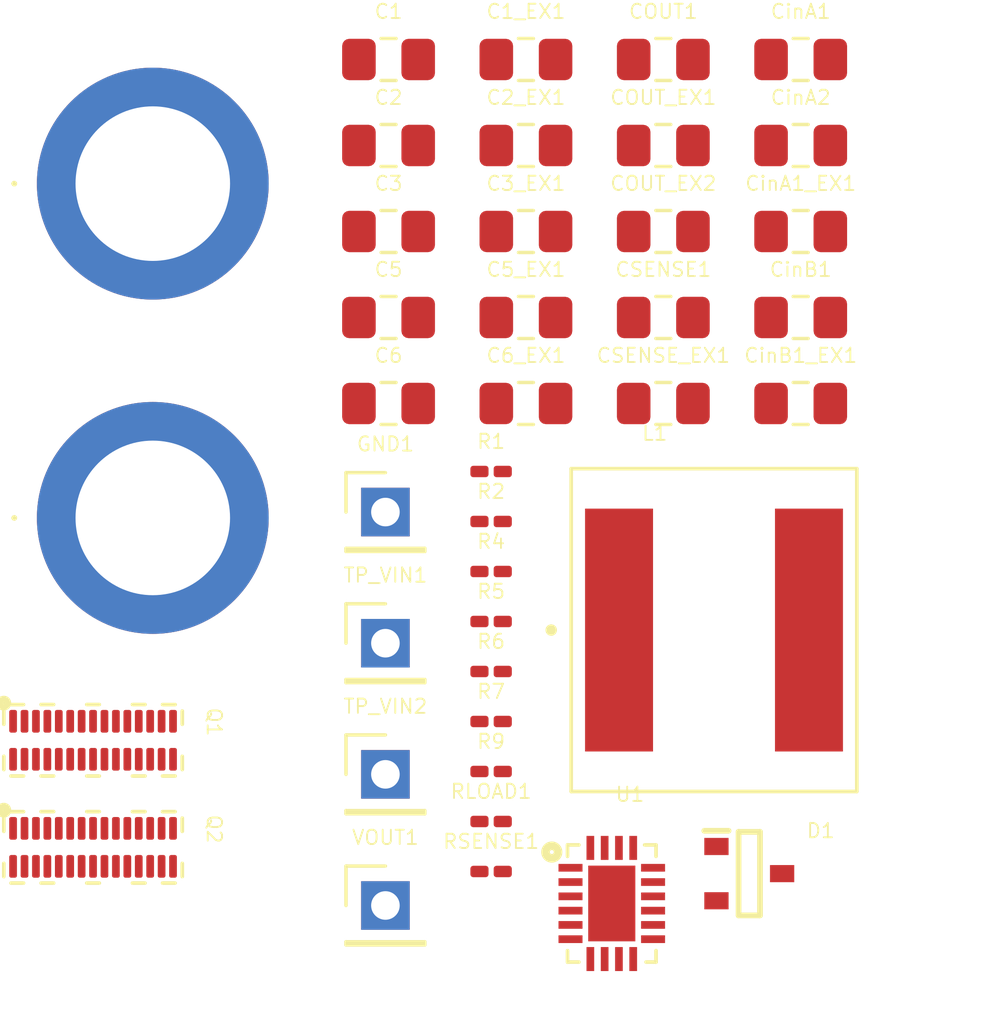
<source format=kicad_pcb>
(kicad_pcb (version 20241229) (generator "pcbnew") (generator_version "9.0")
  (layers (0 "F.Cu" signal) (2 "B.Cu" signal) (13 "F.Paste" user) (15 "B.Paste" user) (5 "F.SilkS" user "F.Silkscreen") (7 "B.SilkS" user "B.Silkscreen") (1 "F.Mask" user) (3 "B.Mask" user) (25 "Edge.Cuts" user))
  (net 0 "")
  (net 1 "Net-(U1-TRACK{slash}SS)")
  (net 2 "GND")
  (net 3 "/INTVCC")
  (net 4 "/SW")
  (net 5 "/BOOST")
  (net 6 "Net-(C5-Pad2)")
  (net 7 "/ITH")
  (net 8 "/VIN")
  (net 9 "/Vout")
  (net 10 "/SENSE+")
  (net 12 "Net-(L1-Pad2)")
  (net 13 "/TG")
  (net 14 "/BG")
  (net 15 "Net-(U1-PGOOD)")
  (net 16 "Net-(U1-FREQ)")
  (net 17 "/VFB")
  (net 18 "Net-(R6-Pad2)")
  (footprint "Transistor_Power:D0650" (layer "F.Cu") (at 78.87303 137.08017)
    (property "Reference" "Q2" (at 3.9497 -1.1811 270) (layer "F.SilkS") (effects (font (size 0.5 0.5) (thickness 0.0625)) (justify left bottom)))
    (property "Value" "EPC2066")
    (fp_line (start -3.125 -1.025) (end -3.125 -0.56) (stroke (width 0.127)) (layer "F.SilkS"))
    (fp_line (start -3.125 0.56) (end -3.125 1.025) (stroke (width 0.127)) (layer "F.SilkS"))
    (fp_line (start -2.87372 -1.25) (end -2.43331 -1.25) (stroke (width 0.127)) (layer "F.SilkS"))
    (fp_line (start -2.87372 1.25) (end -2.43331 1.25) (stroke (width 0.127)) (layer "F.SilkS"))
    (fp_line (start -1.82 -1.25175) (end -1.38 -1.25175) (stroke (width 0.127)) (layer "F.SilkS"))
    (fp_line (start -1.82 1.25061) (end -1.38 1.25061) (stroke (width 0.127)) (layer "F.SilkS"))
    (fp_line (start -0.22 -1.25175) (end 0.22 -1.25175) (stroke (width 0.127)) (layer "F.SilkS"))
    (fp_line (start -0.22 1.25061) (end 0.22 1.25061) (stroke (width 0.127)) (layer "F.SilkS"))
    (fp_line (start 1.38 -1.25175) (end 1.82 -1.25175) (stroke (width 0.127)) (layer "F.SilkS"))
    (fp_line (start 1.38 1.25061) (end 1.82 1.25061) (stroke (width 0.127)) (layer "F.SilkS"))
    (fp_line (start 2.43331 -1.25) (end 2.87372 -1.25) (stroke (width 0.127)) (layer "F.SilkS"))
    (fp_line (start 2.43331 1.25) (end 2.87372 1.25) (stroke (width 0.127)) (layer "F.SilkS"))
    (fp_line (start 3.125 -1.025) (end 3.125 -0.56) (stroke (width 0.127)) (layer "F.SilkS"))
    (fp_line (start 3.125 0.56) (end 3.125 1.025) (stroke (width 0.127)) (layer "F.SilkS"))
    (fp_circle (center -3.125 -1.3) (end -3.11897 -1.3) (stroke (width 0.254)) (fill no) (layer "F.SilkS"))
    (pad "1" smd roundrect (at -2.8 -0.665) (size 0.27 0.794) (layers "F.Cu" "F.Mask" "F.Paste") (net 14 "/BG"))
    (pad "2" smd roundrect (at -2.8 0.665) (size 0.27 0.794) (layers "F.Cu" "F.Mask" "F.Paste") (net 2 "GND"))
    (pad "3" smd roundrect (at -2.4 -0.665) (size 0.27 0.794) (layers "F.Cu" "F.Mask" "F.Paste") (net 4 "/SW"))
    (pad "4" smd roundrect (at -2.4 0.665) (size 0.27 0.794) (layers "F.Cu" "F.Mask" "F.Paste") (net 4 "/SW"))
    (pad "5" smd roundrect (at -2 -0.665) (size 0.27 0.794) (layers "F.Cu" "F.Mask" "F.Paste") (net 2 "GND"))
    (pad "6" smd roundrect (at -2 0.665) (size 0.27 0.794) (layers "F.Cu" "F.Mask" "F.Paste") (net 2 "GND"))
    (pad "7" smd roundrect (at -1.6 -0.665) (size 0.27 0.794) (layers "F.Cu" "F.Mask" "F.Paste") (net 4 "/SW"))
    (pad "8" smd roundrect (at -1.6 0.665) (size 0.27 0.794) (layers "F.Cu" "F.Mask" "F.Paste") (net 4 "/SW"))
    (pad "9" smd roundrect (at -1.2 -0.665) (size 0.27 0.7954) (layers "F.Cu" "F.Mask" "F.Paste") (net 2 "GND"))
    (pad "10" smd roundrect (at -1.2 0.665) (size 0.27 0.794) (layers "F.Cu" "F.Mask" "F.Paste") (net 2 "GND"))
    (pad "11" smd roundrect (at -0.8 -0.665) (size 0.27 0.794) (layers "F.Cu" "F.Mask" "F.Paste") (net 4 "/SW"))
    (pad "12" smd roundrect (at -0.8 0.665) (size 0.27 0.794) (layers "F.Cu" "F.Mask" "F.Paste") (net 4 "/SW"))
    (pad "13" smd roundrect (at -0.4 -0.665) (size 0.27 0.794) (layers "F.Cu" "F.Mask" "F.Paste") (net 2 "GND"))
    (pad "14" smd roundrect (at -0.4 0.665) (size 0.27 0.794) (layers "F.Cu" "F.Mask" "F.Paste") (net 2 "GND"))
    (pad "15" smd roundrect (at 0 -0.665) (size 0.27 0.794) (layers "F.Cu" "F.Mask" "F.Paste") (net 4 "/SW"))
    (pad "16" smd roundrect (at 0 0.665) (size 0.27 0.794) (layers "F.Cu" "F.Mask" "F.Paste") (net 4 "/SW"))
    (pad "17" smd roundrect (at 0.4 -0.665) (size 0.27 0.794) (layers "F.Cu" "F.Mask" "F.Paste") (net 2 "GND"))
    (pad "18" smd roundrect (at 0.4 0.665) (size 0.27 0.794) (layers "F.Cu" "F.Mask" "F.Paste") (net 2 "GND"))
    (pad "19" smd roundrect (at 0.8 -0.665) (size 0.27 0.794) (layers "F.Cu" "F.Mask" "F.Paste") (net 4 "/SW"))
    (pad "20" smd roundrect (at 0.8 0.665) (size 0.27 0.794) (layers "F.Cu" "F.Mask" "F.Paste") (net 4 "/SW"))
    (pad "21" smd roundrect (at 1.2 -0.665) (size 0.27 0.794) (layers "F.Cu" "F.Mask" "F.Paste") (net 2 "GND"))
    (pad "22" smd roundrect (at 1.2 0.665) (size 0.27 0.794) (layers "F.Cu" "F.Mask" "F.Paste") (net 2 "GND"))
    (pad "23" smd roundrect (at 1.6 -0.665) (size 0.27 0.794) (layers "F.Cu" "F.Mask" "F.Paste") (net 4 "/SW"))
    (pad "24" smd roundrect (at 1.6 0.665) (size 0.27 0.794) (layers "F.Cu" "F.Mask" "F.Paste") (net 4 "/SW"))
    (pad "25" smd roundrect (at 2 -0.665) (size 0.27 0.794) (layers "F.Cu" "F.Mask" "F.Paste") (net 2 "GND"))
    (pad "26" smd roundrect (at 2 0.665) (size 0.27 0.794) (layers "F.Cu" "F.Mask" "F.Paste") (net 2 "GND"))
    (pad "27" smd roundrect (at 2.4 -0.665) (size 0.27 0.794) (layers "F.Cu" "F.Mask" "F.Paste") (net 4 "/SW"))
    (pad "28" smd roundrect (at 2.4 0.665) (size 0.27 0.794) (layers "F.Cu" "F.Mask" "F.Paste") (net 4 "/SW"))
    (pad "29" smd roundrect (at 2.8 -0.665) (size 0.27 0.794) (layers "F.Cu" "F.Mask" "F.Paste") (net 2 "GND"))
    (pad "30" smd roundrect (at 2.8 0.665) (size 0.27 0.794) (layers "F.Cu" "F.Mask" "F.Paste") (net 2 "GND"))
  )
  (footprint "Capacitor_SMD:C_0805_2012Metric_Pad1.18x1.45mm_HandSolder" (layer "F.Cu") (at 94.03 112.515)
    (property "Reference" "C2_EX1" (at 0 -1.68 0) (layer "F.SilkS") (effects (font (size 0.5 0.5) (thickness 0.0625))))
    (property "Value" "~")
    (fp_line (start -0.261252 -0.735) (end 0.261252 -0.735) (stroke (width 0.12)) (layer "F.SilkS"))
    (fp_line (start -0.261252 0.735) (end 0.261252 0.735) (stroke (width 0.12)) (layer "F.SilkS"))
    (pad "1" smd roundrect (at -1.0375 0) (size 1.175 1.45) (layers "F.Cu" "F.Mask" "F.Paste") (roundrect_rratio 0.212766) (net 3 "/INTVCC"))
    (pad "2" smd roundrect (at 1.0375 0) (size 1.175 1.45) (layers "F.Cu" "F.Mask" "F.Paste") (roundrect_rratio 0.212766) (net 2 "GND"))
  )
  (footprint "Capacitor_SMD:C_0805_2012Metric_Pad1.18x1.45mm_HandSolder" (layer "F.Cu") (at 94.03 115.525)
    (property "Reference" "C3_EX1" (at 0 -1.68 0) (layer "F.SilkS") (effects (font (size 0.5 0.5) (thickness 0.0625))))
    (property "Value" "~")
    (fp_line (start -0.261252 -0.735) (end 0.261252 -0.735) (stroke (width 0.12)) (layer "F.SilkS"))
    (fp_line (start -0.261252 0.735) (end 0.261252 0.735) (stroke (width 0.12)) (layer "F.SilkS"))
    (pad "1" smd roundrect (at -1.0375 0) (size 1.175 1.45) (layers "F.Cu" "F.Mask" "F.Paste") (roundrect_rratio 0.212766) (net 4 "/SW"))
    (pad "2" smd roundrect (at 1.0375 0) (size 1.175 1.45) (layers "F.Cu" "F.Mask" "F.Paste") (roundrect_rratio 0.212766) (net 5 "/BOOST"))
  )
  (footprint "Capacitor_SMD:C_0805_2012Metric_Pad1.18x1.45mm_HandSolder" (layer "F.Cu") (at 89.22 109.505)
    (property "Reference" "C1" (at 0 -1.68 0) (layer "F.SilkS") (effects (font (size 0.5 0.5) (thickness 0.0625))))
    (property "Value" "0.05uF")
    (fp_line (start -0.261252 -0.735) (end 0.261252 -0.735) (stroke (width 0.12)) (layer "F.SilkS"))
    (fp_line (start -0.261252 0.735) (end 0.261252 0.735) (stroke (width 0.12)) (layer "F.SilkS"))
    (pad "1" smd roundrect (at -1.0375 0) (size 1.175 1.45) (layers "F.Cu" "F.Mask" "F.Paste") (roundrect_rratio 0.212766) (net 2 "GND"))
    (pad "2" smd roundrect (at 1.0375 0) (size 1.175 1.45) (layers "F.Cu" "F.Mask" "F.Paste") (roundrect_rratio 0.212766) (net 1 "Net-(U1-TRACK{slash}SS)"))
  )
  (footprint "Capacitor_SMD:C_0805_2012Metric_Pad1.18x1.45mm_HandSolder" (layer "F.Cu") (at 98.84 118.535)
    (property "Reference" "CSENSE1" (at 0 -1.68 0) (layer "F.SilkS") (effects (font (size 0.5 0.5) (thickness 0.0625))))
    (property "Value" "0.1uF")
    (fp_line (start -0.261252 -0.735) (end 0.261252 -0.735) (stroke (width 0.12)) (layer "F.SilkS"))
    (fp_line (start -0.261252 0.735) (end 0.261252 0.735) (stroke (width 0.12)) (layer "F.SilkS"))
    (pad "1" smd roundrect (at -1.0375 0) (size 1.175 1.45) (layers "F.Cu" "F.Mask" "F.Paste") (roundrect_rratio 0.212766) (net 10 "/SENSE+"))
    (pad "2" smd roundrect (at 1.0375 0) (size 1.175 1.45) (layers "F.Cu" "F.Mask" "F.Paste") (roundrect_rratio 0.212766) (net 9 "/Vout"))
  )
  (footprint "Capacitor_SMD:C_0805_2012Metric_Pad1.18x1.45mm_HandSolder" (layer "F.Cu") (at 103.65 118.535)
    (property "Reference" "CinB1" (at 0 -1.68 0) (layer "F.SilkS") (effects (font (size 0.5 0.5) (thickness 0.0625))))
    (property "Value" "56uF")
    (fp_line (start -0.261252 -0.735) (end 0.261252 -0.735) (stroke (width 0.12)) (layer "F.SilkS"))
    (fp_line (start -0.261252 0.735) (end 0.261252 0.735) (stroke (width 0.12)) (layer "F.SilkS"))
    (pad "1" smd roundrect (at -1.0375 0) (size 1.175 1.45) (layers "F.Cu" "F.Mask" "F.Paste") (roundrect_rratio 0.212766) (net 8 "/VIN"))
    (pad "2" smd roundrect (at 1.0375 0) (size 1.175 1.45) (layers "F.Cu" "F.Mask" "F.Paste") (roundrect_rratio 0.212766) (net 2 "GND"))
  )
  (footprint "Resistor_SMD:R_0201_0603Metric_Pad0.64x0.40mm_HandSolder" (layer "F.Cu") (at 92.81 125.675)
    (property "Reference" "R2" (at 0 -1.05 0) (layer "F.SilkS") (effects (font (size 0.5 0.5) (thickness 0.0625))))
    (property "Value" "25.5kOhm")
    (pad "1" smd roundrect (at -0.4075 0) (size 0.635 0.4) (layers "F.Cu" "F.Mask") (net 2 "GND"))
    (pad "2" smd roundrect (at 0.4075 0) (size 0.635 0.4) (layers "F.Cu" "F.Mask") (net 16 "Net-(U1-FREQ)"))
  )
  (footprint "Capacitor_SMD:C_0805_2012Metric_Pad1.18x1.45mm_HandSolder" (layer "F.Cu") (at 89.22 118.535)
    (property "Reference" "C5" (at 0 -1.68 0) (layer "F.SilkS") (effects (font (size 0.5 0.5) (thickness 0.0625))))
    (property "Value" "2.2uF")
    (fp_line (start -0.261252 -0.735) (end 0.261252 -0.735) (stroke (width 0.12)) (layer "F.SilkS"))
    (fp_line (start -0.261252 0.735) (end 0.261252 0.735) (stroke (width 0.12)) (layer "F.SilkS"))
    (pad "1" smd roundrect (at -1.0375 0) (size 1.175 1.45) (layers "F.Cu" "F.Mask" "F.Paste") (roundrect_rratio 0.212766) (net 2 "GND"))
    (pad "2" smd roundrect (at 1.0375 0) (size 1.175 1.45) (layers "F.Cu" "F.Mask" "F.Paste") (roundrect_rratio 0.212766) (net 6 "Net-(C5-Pad2)"))
  )
  (footprint "Connector_PinHeader_2.54mm:PinHeader_1x01_P2.54mm_Vertical" (layer "F.Cu") (at 89.11 134.525)
    (property "Reference" "TP_VIN2" (at 0 -2.38 0) (layer "F.SilkS") (effects (font (size 0.5 0.5) (thickness 0.0625))))
    (property "Value" "~")
    (fp_line (start -1.38 -1.38) (end 0 -1.38) (stroke (width 0.12)) (layer "F.SilkS"))
    (fp_line (start -1.38 0) (end -1.38 -1.38) (stroke (width 0.12)) (layer "F.SilkS"))
    (fp_line (start -1.38 1.27) (end -1.38 1.38) (stroke (width 0.12)) (layer "F.SilkS"))
    (fp_line (start -1.38 1.27) (end 1.38 1.27) (stroke (width 0.12)) (layer "F.SilkS"))
    (fp_line (start -1.38 1.38) (end 1.38 1.38) (stroke (width 0.12)) (layer "F.SilkS"))
    (fp_line (start 1.38 1.27) (end 1.38 1.38) (stroke (width 0.12)) (layer "F.SilkS"))
    (pad "1" thru_hole rect (at 0 0) (size 1.7 1.7) (drill 1) (layers "*.Cu" "*.Mask") (net 2 "GND"))
  )
  (footprint "Capacitor_SMD:C_0805_2012Metric_Pad1.18x1.45mm_HandSolder" (layer "F.Cu") (at 89.22 115.525)
    (property "Reference" "C3" (at 0 -1.68 0) (layer "F.SilkS") (effects (font (size 0.5 0.5) (thickness 0.0625))))
    (property "Value" "0.1uF")
    (fp_line (start -0.261252 -0.735) (end 0.261252 -0.735) (stroke (width 0.12)) (layer "F.SilkS"))
    (fp_line (start -0.261252 0.735) (end 0.261252 0.735) (stroke (width 0.12)) (layer "F.SilkS"))
    (pad "1" smd roundrect (at -1.0375 0) (size 1.175 1.45) (layers "F.Cu" "F.Mask" "F.Paste") (roundrect_rratio 0.212766) (net 5 "/BOOST"))
    (pad "2" smd roundrect (at 1.0375 0) (size 1.175 1.45) (layers "F.Cu" "F.Mask" "F.Paste") (roundrect_rratio 0.212766) (net 4 "/SW"))
  )
  (footprint "Package_DFN_QFN:QFN50P400X300X80-21N" (layer "F.Cu") (at 97.035709 139.045)
    (property "Reference" "U1" (at 0.63619 -3.81714 0) (layer "F.SilkS") (effects (font (size 0.5 0.5) (thickness 0.0625))))
    (property "Value" "LTC7800HUDC_PBF")
    (fp_line (start -1.55 -2.05) (end -1.55 -1.65) (stroke (width 0.127)) (layer "F.SilkS"))
    (fp_line (start -1.55 2.05) (end -1.55 1.65) (stroke (width 0.127)) (layer "F.SilkS"))
    (fp_line (start -1.15 -2.05) (end -1.55 -2.05) (stroke (width 0.127)) (layer "F.SilkS"))
    (fp_line (start -1.15 2.05) (end -1.55 2.05) (stroke (width 0.127)) (layer "F.SilkS"))
    (fp_line (start 1.55 -2.05) (end 1.15 -2.05) (stroke (width 0.127)) (layer "F.SilkS"))
    (fp_line (start 1.55 -1.65) (end 1.55 -2.05) (stroke (width 0.127)) (layer "F.SilkS"))
    (fp_line (start 1.55 1.65) (end 1.55 2.05) (stroke (width 0.127)) (layer "F.SilkS"))
    (fp_line (start 1.55 2.05) (end 1.2 2.05) (stroke (width 0.127)) (layer "F.SilkS"))
    (fp_circle (center -2.1 -1.8) (end -2.029291 -1.8) (stroke (width 0.3)) (fill no) (layer "F.SilkS"))
    (pad "1" smd rect (at -1.445 -1.25) (size 0.84 0.27) (layers "F.Cu" "F.Mask" "F.Paste"))
    (pad "2" smd rect (at -1.445 -0.75) (size 0.84 0.27) (layers "F.Cu" "F.Mask" "F.Paste") (net 2 "GND"))
    (pad "3" smd rect (at -1.445 -0.25) (size 0.84 0.27) (layers "F.Cu" "F.Mask" "F.Paste") (net 2 "GND"))
    (pad "4" smd rect (at -1.445 0.25) (size 0.84 0.27) (layers "F.Cu" "F.Mask" "F.Paste"))
    (pad "5" smd rect (at -1.445 0.75) (size 0.84 0.27) (layers "F.Cu" "F.Mask" "F.Paste") (net 9 "/Vout"))
    (pad "6" smd rect (at -1.445 1.25) (size 0.84 0.27) (layers "F.Cu" "F.Mask" "F.Paste") (net 10 "/SENSE+"))
    (pad "7" smd rect (at -0.75 1.945) (size 0.27 0.84) (layers "F.Cu" "F.Mask" "F.Paste") (net 17 "/VFB"))
    (pad "8" smd rect (at -0.25 1.945) (size 0.27 0.84) (layers "F.Cu" "F.Mask" "F.Paste") (net 7 "/ITH"))
    (pad "9" smd rect (at 0.25 1.945) (size 0.27 0.84) (layers "F.Cu" "F.Mask" "F.Paste") (net 15 "Net-(U1-PGOOD)"))
    (pad "10" smd rect (at 0.75 1.945) (size 0.27 0.84) (layers "F.Cu" "F.Mask" "F.Paste") (net 13 "/TG"))
    (pad "11" smd rect (at 1.445 1.25) (size 0.84 0.27) (layers "F.Cu" "F.Mask" "F.Paste") (net 4 "/SW"))
    (pad "12" smd rect (at 1.445 0.75) (size 0.84 0.27) (layers "F.Cu" "F.Mask" "F.Paste") (net 5 "/BOOST"))
    (pad "13" smd rect (at 1.445 0.25) (size 0.84 0.27) (layers "F.Cu" "F.Mask" "F.Paste") (net 14 "/BG"))
    (pad "14" smd rect (at 1.445 -0.25) (size 0.84 0.27) (layers "F.Cu" "F.Mask" "F.Paste") (net 3 "/INTVCC"))
    (pad "15" smd rect (at 1.445 -0.75) (size 0.84 0.27) (layers "F.Cu" "F.Mask" "F.Paste") (net 2 "GND"))
    (pad "16" smd rect (at 1.445 -1.25) (size 0.84 0.27) (layers "F.Cu" "F.Mask" "F.Paste") (net 2 "GND"))
    (pad "17" smd rect (at 0.75 -1.945) (size 0.27 0.84) (layers "F.Cu" "F.Mask" "F.Paste") (net 8 "/VIN"))
    (pad "18" smd rect (at 0.25 -1.945) (size 0.27 0.84) (layers "F.Cu" "F.Mask" "F.Paste"))
    (pad "19" smd rect (at -0.25 -1.945) (size 0.27 0.84) (layers "F.Cu" "F.Mask" "F.Paste") (net 1 "Net-(U1-TRACK{slash}SS)"))
    (pad "20" smd rect (at -0.75 -1.945) (size 0.27 0.84) (layers "F.Cu" "F.Mask" "F.Paste") (net 16 "Net-(U1-FREQ)"))
    (pad "21" smd rect (at 0 0) (size 1.65 2.65) (layers "F.Cu" "F.Mask") (net 2 "GND"))
  )
  (footprint "Connector_PinHeader_2.54mm:PinHeader_1x01_P2.54mm_Vertical" (layer "F.Cu") (at 89.11 129.935)
    (property "Reference" "TP_VIN1" (at 0 -2.38 0) (layer "F.SilkS") (effects (font (size 0.5 0.5) (thickness 0.0625))))
    (property "Value" "~")
    (fp_line (start -1.38 -1.38) (end 0 -1.38) (stroke (width 0.12)) (layer "F.SilkS"))
    (fp_line (start -1.38 0) (end -1.38 -1.38) (stroke (width 0.12)) (layer "F.SilkS"))
    (fp_line (start -1.38 1.27) (end -1.38 1.38) (stroke (width 0.12)) (layer "F.SilkS"))
    (fp_line (start -1.38 1.27) (end 1.38 1.27) (stroke (width 0.12)) (layer "F.SilkS"))
    (fp_line (start -1.38 1.38) (end 1.38 1.38) (stroke (width 0.12)) (layer "F.SilkS"))
    (fp_line (start 1.38 1.27) (end 1.38 1.38) (stroke (width 0.12)) (layer "F.SilkS"))
    (pad "1" thru_hole rect (at 0 0) (size 1.7 1.7) (drill 1) (layers "*.Cu" "*.Mask") (net 8 "/VIN"))
  )
  (footprint "Capacitor_SMD:C_0805_2012Metric_Pad1.18x1.45mm_HandSolder" (layer "F.Cu") (at 98.84 121.545)
    (property "Reference" "CSENSE_EX1" (at 0 -1.68 0) (layer "F.SilkS") (effects (font (size 0.5 0.5) (thickness 0.0625))))
    (property "Value" "~")
    (fp_line (start -0.261252 -0.735) (end 0.261252 -0.735) (stroke (width 0.12)) (layer "F.SilkS"))
    (fp_line (start -0.261252 0.735) (end 0.261252 0.735) (stroke (width 0.12)) (layer "F.SilkS"))
    (pad "1" smd roundrect (at -1.0375 0) (size 1.175 1.45) (layers "F.Cu" "F.Mask" "F.Paste") (roundrect_rratio 0.212766) (net 9 "/Vout"))
    (pad "2" smd roundrect (at 1.0375 0) (size 1.175 1.45) (layers "F.Cu" "F.Mask" "F.Paste") (roundrect_rratio 0.212766) (net 10 "/SENSE+"))
  )
  (footprint "Capacitor_SMD:C_0805_2012Metric_Pad1.18x1.45mm_HandSolder" (layer "F.Cu") (at 98.84 115.525)
    (property "Reference" "COUT_EX2" (at 0 -1.68 0) (layer "F.SilkS") (effects (font (size 0.5 0.5) (thickness 0.0625))))
    (property "Value" "~")
    (fp_line (start -0.261252 -0.735) (end 0.261252 -0.735) (stroke (width 0.12)) (layer "F.SilkS"))
    (fp_line (start -0.261252 0.735) (end 0.261252 0.735) (stroke (width 0.12)) (layer "F.SilkS"))
    (pad "1" smd roundrect (at -1.0375 0) (size 1.175 1.45) (layers "F.Cu" "F.Mask" "F.Paste") (roundrect_rratio 0.212766) (net 2 "GND"))
    (pad "2" smd roundrect (at 1.0375 0) (size 1.175 1.45) (layers "F.Cu" "F.Mask" "F.Paste") (roundrect_rratio 0.212766) (net 9 "/Vout"))
  )
  (footprint "Battery:5754" (layer "F.Cu") (at 80.965 125.55)
    (property "Reference" "VSource_IN1" (at 0 0 0) (layer "F.SilkS") (effects (font (size 0.5 0.5) (thickness 0.0625))))
    (property "Value" "575-4" (hide yes))
    (fp_line (start -4.9 0) (end -4.9 0) (stroke (width 0.1)) (layer "F.SilkS"))
    (fp_line (start -4.8 0) (end -4.8 0) (stroke (width 0.1)) (layer "F.SilkS"))
    (fp_arc (start -4.9 0) (mid -4.85 -0.05) (end -4.8 0) (stroke (width 0.1)) (layer "F.SilkS"))
    (fp_arc (start -4.8 0) (mid -4.85 0.05) (end -4.9 0) (stroke (width 0.1)) (layer "F.SilkS"))
    (pad "1" thru_hole circle (at 0 0) (size 8.115 8.115) (drill 5.41) (layers "*.Cu" "*.Mask") (net 8 "/VIN"))
  )
  (footprint "Capacitor_SMD:C_0805_2012Metric_Pad1.18x1.45mm_HandSolder" (layer "F.Cu") (at 98.84 112.515)
    (property "Reference" "COUT_EX1" (at 0 -1.68 0) (layer "F.SilkS") (effects (font (size 0.5 0.5) (thickness 0.0625))))
    (property "Value" "~")
    (fp_line (start -0.261252 -0.735) (end 0.261252 -0.735) (stroke (width 0.12)) (layer "F.SilkS"))
    (fp_line (start -0.261252 0.735) (end 0.261252 0.735) (stroke (width 0.12)) (layer "F.SilkS"))
    (pad "1" smd roundrect (at -1.0375 0) (size 1.175 1.45) (layers "F.Cu" "F.Mask" "F.Paste") (roundrect_rratio 0.212766) (net 2 "GND"))
    (pad "2" smd roundrect (at 1.0375 0) (size 1.175 1.45) (layers "F.Cu" "F.Mask" "F.Paste") (roundrect_rratio 0.212766) (net 9 "/Vout"))
  )
  (footprint "Capacitor_SMD:C_0805_2012Metric_Pad1.18x1.45mm_HandSolder" (layer "F.Cu") (at 94.03 109.505)
    (property "Reference" "C1_EX1" (at 0 -1.68 0) (layer "F.SilkS") (effects (font (size 0.5 0.5) (thickness 0.0625))))
    (property "Value" "~")
    (fp_line (start -0.261252 -0.735) (end 0.261252 -0.735) (stroke (width 0.12)) (layer "F.SilkS"))
    (fp_line (start -0.261252 0.735) (end 0.261252 0.735) (stroke (width 0.12)) (layer "F.SilkS"))
    (pad "1" smd roundrect (at -1.0375 0) (size 1.175 1.45) (layers "F.Cu" "F.Mask" "F.Paste") (roundrect_rratio 0.212766) (net 2 "GND"))
    (pad "2" smd roundrect (at 1.0375 0) (size 1.175 1.45) (layers "F.Cu" "F.Mask" "F.Paste") (roundrect_rratio 0.212766) (net 1 "Net-(U1-TRACK{slash}SS)"))
  )
  (footprint "Resistor_SMD:R_0201_0603Metric_Pad0.64x0.40mm_HandSolder" (layer "F.Cu") (at 92.81 137.925)
    (property "Reference" "RSENSE1" (at 0 -1.05 0) (layer "F.SilkS") (effects (font (size 0.5 0.5) (thickness 0.0625))))
    (property "Value" "3mOhm")
    (pad "1" smd roundrect (at -0.4075 0) (size 0.635 0.4) (layers "F.Cu" "F.Mask") (net 12 "Net-(L1-Pad2)"))
    (pad "2" smd roundrect (at 0.4075 0) (size 0.635 0.4) (layers "F.Cu" "F.Mask") (net 9 "/Vout"))
  )
  (footprint "Capacitor_SMD:C_0805_2012Metric_Pad1.18x1.45mm_HandSolder" (layer "F.Cu") (at 103.65 112.515)
    (property "Reference" "CinA2" (at 0 -1.68 0) (layer "F.SilkS") (effects (font (size 0.5 0.5) (thickness 0.0625))))
    (property "Value" "2.2uF")
    (fp_line (start -0.261252 -0.735) (end 0.261252 -0.735) (stroke (width 0.12)) (layer "F.SilkS"))
    (fp_line (start -0.261252 0.735) (end 0.261252 0.735) (stroke (width 0.12)) (layer "F.SilkS"))
    (pad "1" smd roundrect (at -1.0375 0) (size 1.175 1.45) (layers "F.Cu" "F.Mask" "F.Paste") (roundrect_rratio 0.212766) (net 8 "/VIN"))
    (pad "2" smd roundrect (at 1.0375 0) (size 1.175 1.45) (layers "F.Cu" "F.Mask" "F.Paste") (roundrect_rratio 0.212766) (net 2 "GND"))
  )
  (footprint "Resistor_SMD:R_0201_0603Metric_Pad0.64x0.40mm_HandSolder" (layer "F.Cu") (at 92.81 130.925)
    (property "Reference" "R6" (at 0 -1.05 0) (layer "F.SilkS") (effects (font (size 0.5 0.5) (thickness 0.0625))))
    (property "Value" "2.7kOhm")
    (pad "1" smd roundrect (at -0.4075 0) (size 0.635 0.4) (layers "F.Cu" "F.Mask") (net 9 "/Vout"))
    (pad "2" smd roundrect (at 0.4075 0) (size 0.635 0.4) (layers "F.Cu" "F.Mask") (net 18 "Net-(R6-Pad2)"))
  )
  (footprint "Diode_SMD:SOT95P230X109-3N" (layer "F.Cu") (at 101.85 138)
    (property "Reference" "D1" (at 2.5 -1.5 0) (layer "F.SilkS") (effects (font (size 0.5 0.5) (thickness 0.0625))))
    (property "Value" "CMPD6001_TR_PBFREE" (hide yes))
    (fp_line (start -1.575 -1.5) (end -0.725 -1.5) (stroke (width 0.2)) (layer "F.SilkS"))
    (fp_line (start -0.375 -1.462) (end 0.375 -1.462) (stroke (width 0.2)) (layer "F.SilkS"))
    (fp_line (start -0.375 1.462) (end -0.375 -1.462) (stroke (width 0.2)) (layer "F.SilkS"))
    (fp_line (start 0.375 -1.462) (end 0.375 1.462) (stroke (width 0.2)) (layer "F.SilkS"))
    (fp_line (start 0.375 1.462) (end -0.375 1.462) (stroke (width 0.2)) (layer "F.SilkS"))
    (pad "1" smd rect (at -1.15 -0.95 90) (size 0.6 0.85) (layers "F.Cu" "F.Mask" "F.Paste") (net 3 "/INTVCC"))
    (pad "2" smd rect (at -1.15 0.95 90) (size 0.6 0.85) (layers "F.Cu" "F.Mask" "F.Paste"))
    (pad "3" smd rect (at 1.15 0 90) (size 0.6 0.85) (layers "F.Cu" "F.Mask" "F.Paste") (net 5 "/BOOST"))
  )
  (footprint "Capacitor_SMD:C_0805_2012Metric_Pad1.18x1.45mm_HandSolder" (layer "F.Cu") (at 103.65 121.545)
    (property "Reference" "CinB1_EX1" (at 0 -1.68 0) (layer "F.SilkS") (effects (font (size 0.5 0.5) (thickness 0.0625))))
    (property "Value" "~")
    (fp_line (start -0.261252 -0.735) (end 0.261252 -0.735) (stroke (width 0.12)) (layer "F.SilkS"))
    (fp_line (start -0.261252 0.735) (end 0.261252 0.735) (stroke (width 0.12)) (layer "F.SilkS"))
    (pad "1" smd roundrect (at -1.0375 0) (size 1.175 1.45) (layers "F.Cu" "F.Mask" "F.Paste") (roundrect_rratio 0.212766) (net 8 "/VIN"))
    (pad "2" smd roundrect (at 1.0375 0) (size 1.175 1.45) (layers "F.Cu" "F.Mask" "F.Paste") (roundrect_rratio 0.212766) (net 2 "GND"))
  )
  (footprint "Resistor_SMD:R_0201_0603Metric_Pad0.64x0.40mm_HandSolder" (layer "F.Cu") (at 92.81 136.175)
    (property "Reference" "RLOAD1" (at 0 -1.05 0) (layer "F.SilkS") (effects (font (size 0.5 0.5) (thickness 0.0625))))
    (property "Value" "5Ohm")
    (pad "1" smd roundrect (at -0.4075 0) (size 0.635 0.4) (layers "F.Cu" "F.Mask") (net 9 "/Vout"))
    (pad "2" smd roundrect (at 0.4075 0) (size 0.635 0.4) (layers "F.Cu" "F.Mask") (net 2 "GND"))
  )
  (footprint "Resistor_SMD:R_0201_0603Metric_Pad0.64x0.40mm_HandSolder" (layer "F.Cu") (at 92.81 123.925)
    (property "Reference" "R1" (at 0 -1.05 0) (layer "F.SilkS") (effects (font (size 0.5 0.5) (thickness 0.0625))))
    (property "Value" "100kOhm")
    (pad "1" smd roundrect (at -0.4075 0) (size 0.635 0.4) (layers "F.Cu" "F.Mask") (net 15 "Net-(U1-PGOOD)"))
    (pad "2" smd roundrect (at 0.4075 0) (size 0.635 0.4) (layers "F.Cu" "F.Mask") (net 3 "/INTVCC"))
  )
  (footprint "Capacitor_SMD:C_0805_2012Metric_Pad1.18x1.45mm_HandSolder" (layer "F.Cu") (at 103.65 115.525)
    (property "Reference" "CinA1_EX1" (at 0 -1.68 0) (layer "F.SilkS") (effects (font (size 0.5 0.5) (thickness 0.0625))))
    (property "Value" "~")
    (fp_line (start -0.261252 -0.735) (end 0.261252 -0.735) (stroke (width 0.12)) (layer "F.SilkS"))
    (fp_line (start -0.261252 0.735) (end 0.261252 0.735) (stroke (width 0.12)) (layer "F.SilkS"))
    (pad "1" smd roundrect (at -1.0375 0) (size 1.175 1.45) (layers "F.Cu" "F.Mask" "F.Paste") (roundrect_rratio 0.212766) (net 2 "GND"))
    (pad "2" smd roundrect (at 1.0375 0) (size 1.175 1.45) (layers "F.Cu" "F.Mask" "F.Paste") (roundrect_rratio 0.212766) (net 8 "/VIN"))
  )
  (footprint "Resistor_SMD:R_0201_0603Metric_Pad0.64x0.40mm_HandSolder" (layer "F.Cu") (at 92.81 134.425)
    (property "Reference" "R9" (at 0 -1.05 0) (layer "F.SilkS") (effects (font (size 0.5 0.5) (thickness 0.0625))))
    (property "Value" "3.92kOhm")
    (pad "1" smd roundrect (at -0.4075 0) (size 0.635 0.4) (layers "F.Cu" "F.Mask") (net 7 "/ITH"))
    (pad "2" smd roundrect (at 0.4075 0) (size 0.635 0.4) (layers "F.Cu" "F.Mask") (net 6 "Net-(C5-Pad2)"))
  )
  (footprint "Capacitor_SMD:C_0805_2012Metric_Pad1.18x1.45mm_HandSolder" (layer "F.Cu") (at 98.84 109.505)
    (property "Reference" "COUT1" (at 0 -1.68 0) (layer "F.SilkS") (effects (font (size 0.5 0.5) (thickness 0.0625))))
    (property "Value" "100uF")
    (fp_line (start -0.261252 -0.735) (end 0.261252 -0.735) (stroke (width 0.12)) (layer "F.SilkS"))
    (fp_line (start -0.261252 0.735) (end 0.261252 0.735) (stroke (width 0.12)) (layer "F.SilkS"))
    (pad "1" smd roundrect (at -1.0375 0) (size 1.175 1.45) (layers "F.Cu" "F.Mask" "F.Paste") (roundrect_rratio 0.212766) (net 9 "/Vout"))
    (pad "2" smd roundrect (at 1.0375 0) (size 1.175 1.45) (layers "F.Cu" "F.Mask" "F.Paste") (roundrect_rratio 0.212766) (net 2 "GND"))
  )
  (footprint "Capacitor_SMD:C_0805_2012Metric_Pad1.18x1.45mm_HandSolder" (layer "F.Cu") (at 94.03 121.545)
    (property "Reference" "C6_EX1" (at 0 -1.68 0) (layer "F.SilkS") (effects (font (size 0.5 0.5) (thickness 0.0625))))
    (property "Value" "~")
    (fp_line (start -0.261252 -0.735) (end 0.261252 -0.735) (stroke (width 0.12)) (layer "F.SilkS"))
    (fp_line (start -0.261252 0.735) (end 0.261252 0.735) (stroke (width 0.12)) (layer "F.SilkS"))
    (pad "1" smd roundrect (at -1.0375 0) (size 1.175 1.45) (layers "F.Cu" "F.Mask" "F.Paste") (roundrect_rratio 0.212766) (net 2 "GND"))
    (pad "2" smd roundrect (at 1.0375 0) (size 1.175 1.45) (layers "F.Cu" "F.Mask" "F.Paste") (roundrect_rratio 0.212766) (net 7 "/ITH"))
  )
  (footprint "Resistor_SMD:R_0201_0603Metric_Pad0.64x0.40mm_HandSolder" (layer "F.Cu") (at 92.81 132.675)
    (property "Reference" "R7" (at 0 -1.05 0) (layer "F.SilkS") (effects (font (size 0.5 0.5) (thickness 0.0625))))
    (property "Value" "33kOhm")
    (pad "1" smd roundrect (at -0.4075 0) (size 0.635 0.4) (layers "F.Cu" "F.Mask") (net 18 "Net-(R6-Pad2)"))
    (pad "2" smd roundrect (at 0.4075 0) (size 0.635 0.4) (layers "F.Cu" "F.Mask") (net 17 "/VFB"))
  )
  (footprint "Connector_PinHeader_2.54mm:PinHeader_1x01_P2.54mm_Vertical" (layer "F.Cu") (at 89.11 139.115)
    (property "Reference" "VOUT1" (at 0 -2.38 0) (layer "F.SilkS") (effects (font (size 0.5 0.5) (thickness 0.0625))))
    (property "Value" "~")
    (fp_line (start -1.38 -1.38) (end 0 -1.38) (stroke (width 0.12)) (layer "F.SilkS"))
    (fp_line (start -1.38 0) (end -1.38 -1.38) (stroke (width 0.12)) (layer "F.SilkS"))
    (fp_line (start -1.38 1.27) (end -1.38 1.38) (stroke (width 0.12)) (layer "F.SilkS"))
    (fp_line (start -1.38 1.27) (end 1.38 1.27) (stroke (width 0.12)) (layer "F.SilkS"))
    (fp_line (start -1.38 1.38) (end 1.38 1.38) (stroke (width 0.12)) (layer "F.SilkS"))
    (fp_line (start 1.38 1.27) (end 1.38 1.38) (stroke (width 0.12)) (layer "F.SilkS"))
    (pad "1" thru_hole rect (at 0 0) (size 1.7 1.7) (drill 1) (layers "*.Cu" "*.Mask") (net 9 "/Vout"))
  )
  (footprint "Transistor_Power:D0650" (layer "F.Cu") (at 78.87303 133.33303)
    (property "Reference" "Q1" (at 3.9497 -1.1811 270) (layer "F.SilkS") (effects (font (size 0.5 0.5) (thickness 0.0625)) (justify left bottom)))
    (property "Value" "EPC2066")
    (fp_line (start -3.125 -1.025) (end -3.125 -0.56) (stroke (width 0.127)) (layer "F.SilkS"))
    (fp_line (start -3.125 0.56) (end -3.125 1.025) (stroke (width 0.127)) (layer "F.SilkS"))
    (fp_line (start -2.87372 -1.25) (end -2.43331 -1.25) (stroke (width 0.127)) (layer "F.SilkS"))
    (fp_line (start -2.87372 1.25) (end -2.43331 1.25) (stroke (width 0.127)) (layer "F.SilkS"))
    (fp_line (start -1.82 -1.25175) (end -1.38 -1.25175) (stroke (width 0.127)) (layer "F.SilkS"))
    (fp_line (start -1.82 1.25061) (end -1.38 1.25061) (stroke (width 0.127)) (layer "F.SilkS"))
    (fp_line (start -0.22 -1.25175) (end 0.22 -1.25175) (stroke (width 0.127)) (layer "F.SilkS"))
    (fp_line (start -0.22 1.25061) (end 0.22 1.25061) (stroke (width 0.127)) (layer "F.SilkS"))
    (fp_line (start 1.38 -1.25175) (end 1.82 -1.25175) (stroke (width 0.127)) (layer "F.SilkS"))
    (fp_line (start 1.38 1.25061) (end 1.82 1.25061) (stroke (width 0.127)) (layer "F.SilkS"))
    (fp_line (start 2.43331 -1.25) (end 2.87372 -1.25) (stroke (width 0.127)) (layer "F.SilkS"))
    (fp_line (start 2.43331 1.25) (end 2.87372 1.25) (stroke (width 0.127)) (layer "F.SilkS"))
    (fp_line (start 3.125 -1.025) (end 3.125 -0.56) (stroke (width 0.127)) (layer "F.SilkS"))
    (fp_line (start 3.125 0.56) (end 3.125 1.025) (stroke (width 0.127)) (layer "F.SilkS"))
    (fp_circle (center -3.125 -1.3) (end -3.11897 -1.3) (stroke (width 0.254)) (fill no) (layer "F.SilkS"))
    (pad "1" smd roundrect (at -2.8 -0.665) (size 0.27 0.794) (layers "F.Cu" "F.Mask" "F.Paste") (net 13 "/TG"))
    (pad "2" smd roundrect (at -2.8 0.665) (size 0.27 0.794) (layers "F.Cu" "F.Mask" "F.Paste") (net 4 "/SW"))
    (pad "3" smd roundrect (at -2.4 -0.665) (size 0.27 0.794) (layers "F.Cu" "F.Mask" "F.Paste") (net 8 "/VIN"))
    (pad "4" smd roundrect (at -2.4 0.665) (size 0.27 0.794) (layers "F.Cu" "F.Mask" "F.Paste") (net 8 "/VIN"))
    (pad "5" smd roundrect (at -2 -0.665) (size 0.27 0.794) (layers "F.Cu" "F.Mask" "F.Paste") (net 4 "/SW"))
    (pad "6" smd roundrect (at -2 0.665) (size 0.27 0.794) (layers "F.Cu" "F.Mask" "F.Paste") (net 4 "/SW"))
    (pad "7" smd roundrect (at -1.6 -0.665) (size 0.27 0.794) (layers "F.Cu" "F.Mask" "F.Paste") (net 8 "/VIN"))
    (pad "8" smd roundrect (at -1.6 0.665) (size 0.27 0.794) (layers "F.Cu" "F.Mask" "F.Paste") (net 8 "/VIN"))
    (pad "9" smd roundrect (at -1.2 -0.665) (size 0.27 0.7954) (layers "F.Cu" "F.Mask" "F.Paste") (net 4 "/SW"))
    (pad "10" smd roundrect (at -1.2 0.665) (size 0.27 0.794) (layers "F.Cu" "F.Mask" "F.Paste") (net 4 "/SW"))
    (pad "11" smd roundrect (at -0.8 -0.665) (size 0.27 0.794) (layers "F.Cu" "F.Mask" "F.Paste") (net 8 "/VIN"))
    (pad "12" smd roundrect (at -0.8 0.665) (size 0.27 0.794) (layers "F.Cu" "F.Mask" "F.Paste") (net 8 "/VIN"))
    (pad "13" smd roundrect (at -0.4 -0.665) (size 0.27 0.794) (layers "F.Cu" "F.Mask" "F.Paste") (net 4 "/SW"))
    (pad "14" smd roundrect (at -0.4 0.665) (size 0.27 0.794) (layers "F.Cu" "F.Mask" "F.Paste") (net 4 "/SW"))
    (pad "15" smd roundrect (at 0 -0.665) (size 0.27 0.794) (layers "F.Cu" "F.Mask" "F.Paste") (net 8 "/VIN"))
    (pad "16" smd roundrect (at 0 0.665) (size 0.27 0.794) (layers "F.Cu" "F.Mask" "F.Paste") (net 8 "/VIN"))
    (pad "17" smd roundrect (at 0.4 -0.665) (size 0.27 0.794) (layers "F.Cu" "F.Mask" "F.Paste") (net 4 "/SW"))
    (pad "18" smd roundrect (at 0.4 0.665) (size 0.27 0.794) (layers "F.Cu" "F.Mask" "F.Paste") (net 4 "/SW"))
    (pad "19" smd roundrect (at 0.8 -0.665) (size 0.27 0.794) (layers "F.Cu" "F.Mask" "F.Paste") (net 8 "/VIN"))
    (pad "20" smd roundrect (at 0.8 0.665) (size 0.27 0.794) (layers "F.Cu" "F.Mask" "F.Paste") (net 8 "/VIN"))
    (pad "21" smd roundrect (at 1.2 -0.665) (size 0.27 0.794) (layers "F.Cu" "F.Mask" "F.Paste") (net 4 "/SW"))
    (pad "22" smd roundrect (at 1.2 0.665) (size 0.27 0.794) (layers "F.Cu" "F.Mask" "F.Paste") (net 4 "/SW"))
    (pad "23" smd roundrect (at 1.6 -0.665) (size 0.27 0.794) (layers "F.Cu" "F.Mask" "F.Paste") (net 8 "/VIN"))
    (pad "24" smd roundrect (at 1.6 0.665) (size 0.27 0.794) (layers "F.Cu" "F.Mask" "F.Paste") (net 8 "/VIN"))
    (pad "25" smd roundrect (at 2 -0.665) (size 0.27 0.794) (layers "F.Cu" "F.Mask" "F.Paste") (net 4 "/SW"))
    (pad "26" smd roundrect (at 2 0.665) (size 0.27 0.794) (layers "F.Cu" "F.Mask" "F.Paste") (net 4 "/SW"))
    (pad "27" smd roundrect (at 2.4 -0.665) (size 0.27 0.794) (layers "F.Cu" "F.Mask" "F.Paste") (net 8 "/VIN"))
    (pad "28" smd roundrect (at 2.4 0.665) (size 0.27 0.794) (layers "F.Cu" "F.Mask" "F.Paste") (net 8 "/VIN"))
    (pad "29" smd roundrect (at 2.8 -0.665) (size 0.27 0.794) (layers "F.Cu" "F.Mask" "F.Paste") (net 4 "/SW"))
    (pad "30" smd roundrect (at 2.8 0.665) (size 0.27 0.794) (layers "F.Cu" "F.Mask" "F.Paste") (net 4 "/SW"))
  )
  (footprint "Capacitor_SMD:C_0805_2012Metric_Pad1.18x1.45mm_HandSolder" (layer "F.Cu") (at 89.22 112.515)
    (property "Reference" "C2" (at 0 -1.68 0) (layer "F.SilkS") (effects (font (size 0.5 0.5) (thickness 0.0625))))
    (property "Value" "2.2uF")
    (fp_line (start -0.261252 -0.735) (end 0.261252 -0.735) (stroke (width 0.12)) (layer "F.SilkS"))
    (fp_line (start -0.261252 0.735) (end 0.261252 0.735) (stroke (width 0.12)) (layer "F.SilkS"))
    (pad "1" smd roundrect (at -1.0375 0) (size 1.175 1.45) (layers "F.Cu" "F.Mask" "F.Paste") (roundrect_rratio 0.212766) (net 2 "GND"))
    (pad "2" smd roundrect (at 1.0375 0) (size 1.175 1.45) (layers "F.Cu" "F.Mask" "F.Paste") (roundrect_rratio 0.212766) (net 3 "/INTVCC"))
  )
  (footprint "Capacitor_SMD:C_0805_2012Metric_Pad1.18x1.45mm_HandSolder" (layer "F.Cu") (at 103.65 109.505)
    (property "Reference" "CinA1" (at 0 -1.68 0) (layer "F.SilkS") (effects (font (size 0.5 0.5) (thickness 0.0625))))
    (property "Value" "2.2uF")
    (fp_line (start -0.261252 -0.735) (end 0.261252 -0.735) (stroke (width 0.12)) (layer "F.SilkS"))
    (fp_line (start -0.261252 0.735) (end 0.261252 0.735) (stroke (width 0.12)) (layer "F.SilkS"))
    (pad "1" smd roundrect (at -1.0375 0) (size 1.175 1.45) (layers "F.Cu" "F.Mask" "F.Paste") (roundrect_rratio 0.212766) (net 8 "/VIN"))
    (pad "2" smd roundrect (at 1.0375 0) (size 1.175 1.45) (layers "F.Cu" "F.Mask" "F.Paste") (roundrect_rratio 0.212766) (net 2 "GND"))
  )
  (footprint "Battery:5754" (layer "F.Cu") (at 80.965 113.85)
    (property "Reference" "VSource_GND1" (at 0 0 0) (layer "F.SilkS") (effects (font (size 0.5 0.5) (thickness 0.0625))))
    (property "Value" "575-4" (hide yes))
    (fp_line (start -4.9 0) (end -4.9 0) (stroke (width 0.1)) (layer "F.SilkS"))
    (fp_line (start -4.8 0) (end -4.8 0) (stroke (width 0.1)) (layer "F.SilkS"))
    (fp_arc (start -4.9 0) (mid -4.85 -0.05) (end -4.8 0) (stroke (width 0.1)) (layer "F.SilkS"))
    (fp_arc (start -4.8 0) (mid -4.85 0.05) (end -4.9 0) (stroke (width 0.1)) (layer "F.SilkS"))
    (pad "1" thru_hole circle (at 0 0) (size 8.115 8.115) (drill 5.41) (layers "*.Cu" "*.Mask") (net 2 "GND"))
  )
  (footprint "Inductor_SMD:IND_XGL1010-333MED" (layer "F.Cu") (at 100.615 129.475)
    (property "Reference" "L1" (at -2.075 -6.885 0) (layer "F.SilkS") (effects (font (size 0.5 0.5) (thickness 0.0625))))
    (property "Value" "33uH")
    (fp_line (start -5 -5.65) (end 5 -5.65) (stroke (width 0.127)) (layer "F.SilkS"))
    (fp_line (start -5 5.65) (end -5 -5.65) (stroke (width 0.127)) (layer "F.SilkS"))
    (fp_line (start 5 -5.65) (end 5 5.65) (stroke (width 0.127)) (layer "F.SilkS"))
    (fp_line (start 5 5.65) (end -5 5.65) (stroke (width 0.127)) (layer "F.SilkS"))
    (fp_circle (center -5.7 0) (end -5.6 0) (stroke (width 0.2)) (fill no) (layer "F.SilkS"))
    (pad "1" smd rect (at -3.325 0) (size 2.38 8.5) (layers "F.Cu" "F.Mask" "F.Paste") (net 4 "/SW"))
    (pad "2" smd rect (at 3.325 0) (size 2.38 8.5) (layers "F.Cu" "F.Mask" "F.Paste") (net 12 "Net-(L1-Pad2)"))
  )
  (footprint "Capacitor_SMD:C_0805_2012Metric_Pad1.18x1.45mm_HandSolder" (layer "F.Cu") (at 89.22 121.545)
    (property "Reference" "C6" (at 0 -1.68 0) (layer "F.SilkS") (effects (font (size 0.5 0.5) (thickness 0.0625))))
    (property "Value" "100pF")
    (fp_line (start -0.261252 -0.735) (end 0.261252 -0.735) (stroke (width 0.12)) (layer "F.SilkS"))
    (fp_line (start -0.261252 0.735) (end 0.261252 0.735) (stroke (width 0.12)) (layer "F.SilkS"))
    (pad "1" smd roundrect (at -1.0375 0) (size 1.175 1.45) (layers "F.Cu" "F.Mask" "F.Paste") (roundrect_rratio 0.212766) (net 2 "GND"))
    (pad "2" smd roundrect (at 1.0375 0) (size 1.175 1.45) (layers "F.Cu" "F.Mask" "F.Paste") (roundrect_rratio 0.212766) (net 7 "/ITH"))
  )
  (footprint "Resistor_SMD:R_0201_0603Metric_Pad0.64x0.40mm_HandSolder" (layer "F.Cu") (at 92.81 127.425)
    (property "Reference" "R4" (at 0 -1.05 0) (layer "F.SilkS") (effects (font (size 0.5 0.5) (thickness 0.0625))))
    (property "Value" "100Ohm")
    (pad "1" smd roundrect (at -0.4075 0) (size 0.635 0.4) (layers "F.Cu" "F.Mask") (net 12 "Net-(L1-Pad2)"))
    (pad "2" smd roundrect (at 0.4075 0) (size 0.635 0.4) (layers "F.Cu" "F.Mask") (net 10 "/SENSE+"))
  )
  (footprint "Capacitor_SMD:C_0805_2012Metric_Pad1.18x1.45mm_HandSolder" (layer "F.Cu") (at 94.03 118.535)
    (property "Reference" "C5_EX1" (at 0 -1.68 0) (layer "F.SilkS") (effects (font (size 0.5 0.5) (thickness 0.0625))))
    (property "Value" "~")
    (fp_line (start -0.261252 -0.735) (end 0.261252 -0.735) (stroke (width 0.12)) (layer "F.SilkS"))
    (fp_line (start -0.261252 0.735) (end 0.261252 0.735) (stroke (width 0.12)) (layer "F.SilkS"))
    (pad "1" smd roundrect (at -1.0375 0) (size 1.175 1.45) (layers "F.Cu" "F.Mask" "F.Paste") (roundrect_rratio 0.212766) (net 2 "GND"))
    (pad "2" smd roundrect (at 1.0375 0) (size 1.175 1.45) (layers "F.Cu" "F.Mask" "F.Paste") (roundrect_rratio 0.212766) (net 6 "Net-(C5-Pad2)"))
  )
  (footprint "Resistor_SMD:R_0201_0603Metric_Pad0.64x0.40mm_HandSolder" (layer "F.Cu") (at 92.81 129.175)
    (property "Reference" "R5" (at 0 -1.05 0) (layer "F.SilkS") (effects (font (size 0.5 0.5) (thickness 0.0625))))
    (property "Value" "6.8kOhm")
    (pad "1" smd roundrect (at -0.4075 0) (size 0.635 0.4) (layers "F.Cu" "F.Mask") (net 17 "/VFB"))
    (pad "2" smd roundrect (at 0.4075 0) (size 0.635 0.4) (layers "F.Cu" "F.Mask") (net 2 "GND"))
  )
  (footprint "Connector_PinHeader_2.54mm:PinHeader_1x01_P2.54mm_Vertical" (layer "F.Cu") (at 89.11 125.345)
    (property "Reference" "GND1" (at 0 -2.38 0) (layer "F.SilkS") (effects (font (size 0.5 0.5) (thickness 0.0625))))
    (property "Value" "~")
    (fp_line (start -1.38 -1.38) (end 0 -1.38) (stroke (width 0.12)) (layer "F.SilkS"))
    (fp_line (start -1.38 0) (end -1.38 -1.38) (stroke (width 0.12)) (layer "F.SilkS"))
    (fp_line (start -1.38 1.27) (end -1.38 1.38) (stroke (width 0.12)) (layer "F.SilkS"))
    (fp_line (start -1.38 1.27) (end 1.38 1.27) (stroke (width 0.12)) (layer "F.SilkS"))
    (fp_line (start -1.38 1.38) (end 1.38 1.38) (stroke (width 0.12)) (layer "F.SilkS"))
    (fp_line (start 1.38 1.27) (end 1.38 1.38) (stroke (width 0.12)) (layer "F.SilkS"))
    (pad "1" thru_hole rect (at 0 0) (size 1.7 1.7) (drill 1) (layers "*.Cu" "*.Mask") (net 2 "GND"))
  )
)
</source>
